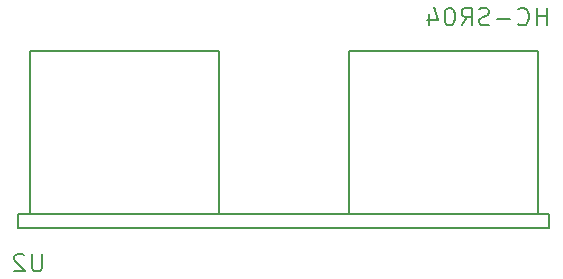
<source format=gbr>
%TF.GenerationSoftware,KiCad,Pcbnew,5.1.10-88a1d61d58~88~ubuntu18.04.1*%
%TF.CreationDate,2021-11-20T16:29:15+11:00*%
%TF.ProjectId,distanceSensorUltrasonicLCD,64697374-616e-4636-9553-656e736f7255,1.0*%
%TF.SameCoordinates,Original*%
%TF.FileFunction,Legend,Bot*%
%TF.FilePolarity,Positive*%
%FSLAX46Y46*%
G04 Gerber Fmt 4.6, Leading zero omitted, Abs format (unit mm)*
G04 Created by KiCad (PCBNEW 5.1.10-88a1d61d58~88~ubuntu18.04.1) date 2021-11-20 16:29:15*
%MOMM*%
%LPD*%
G01*
G04 APERTURE LIST*
%ADD10C,0.127000*%
%ADD11C,0.150000*%
G04 APERTURE END LIST*
D10*
%TO.C,U2*%
X139282000Y-124494000D02*
X155282000Y-124494000D01*
X166282000Y-124494000D02*
X182282000Y-124494000D01*
X183282000Y-138294000D02*
X182282000Y-138294000D01*
X182282000Y-138294000D02*
X166282000Y-138294000D01*
X166282000Y-138294000D02*
X155282000Y-138294000D01*
X155282000Y-138294000D02*
X139282000Y-138294000D01*
X139282000Y-138294000D02*
X138282000Y-138294000D01*
X138282000Y-138294000D02*
X138282000Y-139494000D01*
X138282000Y-139494000D02*
X183282000Y-139494000D01*
X183282000Y-139494000D02*
X183282000Y-138294000D01*
X139282000Y-138294000D02*
X139282000Y-124494000D01*
X182282000Y-138294000D02*
X182282000Y-124494000D01*
X155282000Y-138294000D02*
X155282000Y-124494000D01*
X166282000Y-138294000D02*
X166282000Y-124494000D01*
D11*
X140334857Y-141672571D02*
X140334857Y-142886857D01*
X140263428Y-143029714D01*
X140192000Y-143101142D01*
X140049142Y-143172571D01*
X139763428Y-143172571D01*
X139620571Y-143101142D01*
X139549142Y-143029714D01*
X139477714Y-142886857D01*
X139477714Y-141672571D01*
X138834857Y-141815428D02*
X138763428Y-141744000D01*
X138620571Y-141672571D01*
X138263428Y-141672571D01*
X138120571Y-141744000D01*
X138049142Y-141815428D01*
X137977714Y-141958285D01*
X137977714Y-142101142D01*
X138049142Y-142315428D01*
X138906285Y-143172571D01*
X137977714Y-143172571D01*
X183054000Y-122344571D02*
X183054000Y-120844571D01*
X183054000Y-121558857D02*
X182196857Y-121558857D01*
X182196857Y-122344571D02*
X182196857Y-120844571D01*
X180625428Y-122201714D02*
X180696857Y-122273142D01*
X180911142Y-122344571D01*
X181054000Y-122344571D01*
X181268285Y-122273142D01*
X181411142Y-122130285D01*
X181482571Y-121987428D01*
X181554000Y-121701714D01*
X181554000Y-121487428D01*
X181482571Y-121201714D01*
X181411142Y-121058857D01*
X181268285Y-120916000D01*
X181054000Y-120844571D01*
X180911142Y-120844571D01*
X180696857Y-120916000D01*
X180625428Y-120987428D01*
X179982571Y-121773142D02*
X178839714Y-121773142D01*
X178196857Y-122273142D02*
X177982571Y-122344571D01*
X177625428Y-122344571D01*
X177482571Y-122273142D01*
X177411142Y-122201714D01*
X177339714Y-122058857D01*
X177339714Y-121916000D01*
X177411142Y-121773142D01*
X177482571Y-121701714D01*
X177625428Y-121630285D01*
X177911142Y-121558857D01*
X178054000Y-121487428D01*
X178125428Y-121416000D01*
X178196857Y-121273142D01*
X178196857Y-121130285D01*
X178125428Y-120987428D01*
X178054000Y-120916000D01*
X177911142Y-120844571D01*
X177554000Y-120844571D01*
X177339714Y-120916000D01*
X175839714Y-122344571D02*
X176339714Y-121630285D01*
X176696857Y-122344571D02*
X176696857Y-120844571D01*
X176125428Y-120844571D01*
X175982571Y-120916000D01*
X175911142Y-120987428D01*
X175839714Y-121130285D01*
X175839714Y-121344571D01*
X175911142Y-121487428D01*
X175982571Y-121558857D01*
X176125428Y-121630285D01*
X176696857Y-121630285D01*
X174911142Y-120844571D02*
X174768285Y-120844571D01*
X174625428Y-120916000D01*
X174554000Y-120987428D01*
X174482571Y-121130285D01*
X174411142Y-121416000D01*
X174411142Y-121773142D01*
X174482571Y-122058857D01*
X174554000Y-122201714D01*
X174625428Y-122273142D01*
X174768285Y-122344571D01*
X174911142Y-122344571D01*
X175054000Y-122273142D01*
X175125428Y-122201714D01*
X175196857Y-122058857D01*
X175268285Y-121773142D01*
X175268285Y-121416000D01*
X175196857Y-121130285D01*
X175125428Y-120987428D01*
X175054000Y-120916000D01*
X174911142Y-120844571D01*
X173125428Y-121344571D02*
X173125428Y-122344571D01*
X173482571Y-120773142D02*
X173839714Y-121844571D01*
X172911142Y-121844571D01*
%TD*%
M02*

</source>
